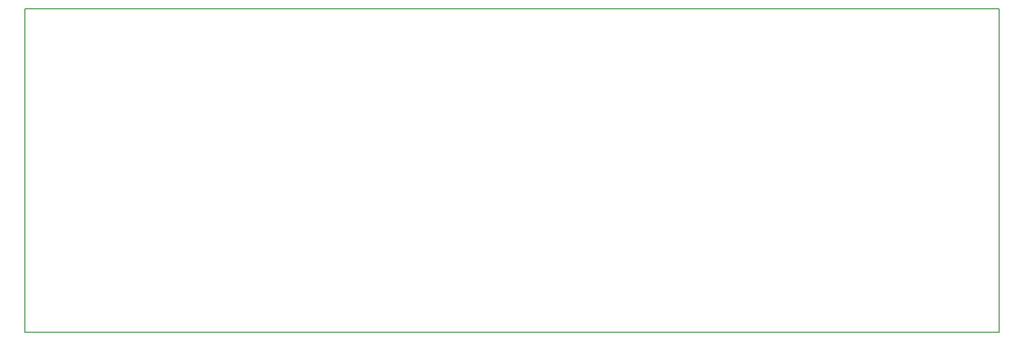
<source format=gm1>
G04 MADE WITH FRITZING*
G04 WWW.FRITZING.ORG*
G04 DOUBLE SIDED*
G04 HOLES PLATED*
G04 CONTOUR ON CENTER OF CONTOUR VECTOR*
%ASAXBY*%
%FSLAX23Y23*%
%MOIN*%
%OFA0B0*%
%SFA1.0B1.0*%
%ADD10R,6.666670X2.222220*%
%ADD11C,0.008000*%
%ADD10C,0.008*%
%LNCONTOUR*%
G90*
G70*
G54D10*
G54D11*
X4Y2218D02*
X6663Y2218D01*
X6663Y4D01*
X4Y4D01*
X4Y2218D01*
D02*
G04 End of contour*
M02*
</source>
